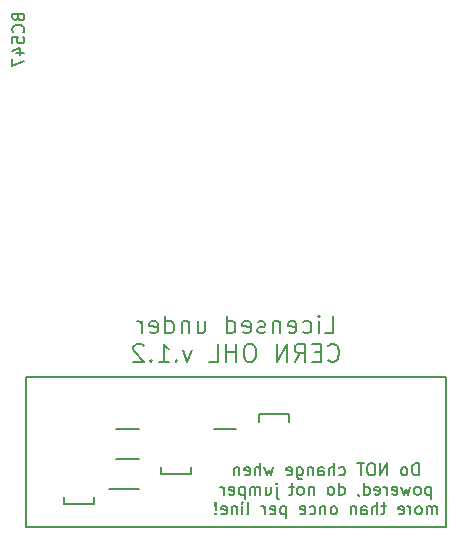
<source format=gbo>
G04 #@! TF.FileFunction,Legend,Bot*
%FSLAX46Y46*%
G04 Gerber Fmt 4.6, Leading zero omitted, Abs format (unit mm)*
G04 Created by KiCad (PCBNEW 4.0.7) date 09/26/19 16:06:38*
%MOMM*%
%LPD*%
G01*
G04 APERTURE LIST*
%ADD10C,0.100000*%
%ADD11C,0.200000*%
%ADD12C,0.150000*%
G04 APERTURE END LIST*
D10*
D11*
X118110000Y-100330000D02*
X120650000Y-100330000D01*
X118745000Y-97790000D02*
X120650000Y-97790000D01*
X118745000Y-95250000D02*
X120650000Y-95250000D01*
X127000000Y-95250000D02*
X128905000Y-95250000D01*
X133350000Y-93980000D02*
X133350000Y-94615000D01*
X130810000Y-93980000D02*
X133350000Y-93980000D01*
X130810000Y-94615000D02*
X130810000Y-93980000D01*
X116840000Y-101600000D02*
X116840000Y-100965000D01*
X114300000Y-101600000D02*
X116840000Y-101600000D01*
X114300000Y-100965000D02*
X114300000Y-101600000D01*
X125095000Y-99060000D02*
X125095000Y-98425000D01*
X122555000Y-99060000D02*
X125095000Y-99060000D01*
X122555000Y-98425000D02*
X122555000Y-99060000D01*
X111125000Y-103505000D02*
X146685000Y-103505000D01*
X111125000Y-90805000D02*
X111125000Y-103505000D01*
X146685000Y-90805000D02*
X111125000Y-90805000D01*
X146685000Y-103505000D02*
X146685000Y-90805000D01*
D12*
X144334525Y-99132381D02*
X144334525Y-98132381D01*
X144096430Y-98132381D01*
X143953572Y-98180000D01*
X143858334Y-98275238D01*
X143810715Y-98370476D01*
X143763096Y-98560952D01*
X143763096Y-98703810D01*
X143810715Y-98894286D01*
X143858334Y-98989524D01*
X143953572Y-99084762D01*
X144096430Y-99132381D01*
X144334525Y-99132381D01*
X143191668Y-99132381D02*
X143286906Y-99084762D01*
X143334525Y-99037143D01*
X143382144Y-98941905D01*
X143382144Y-98656190D01*
X143334525Y-98560952D01*
X143286906Y-98513333D01*
X143191668Y-98465714D01*
X143048810Y-98465714D01*
X142953572Y-98513333D01*
X142905953Y-98560952D01*
X142858334Y-98656190D01*
X142858334Y-98941905D01*
X142905953Y-99037143D01*
X142953572Y-99084762D01*
X143048810Y-99132381D01*
X143191668Y-99132381D01*
X141667858Y-99132381D02*
X141667858Y-98132381D01*
X141096429Y-99132381D01*
X141096429Y-98132381D01*
X140429763Y-98132381D02*
X140239286Y-98132381D01*
X140144048Y-98180000D01*
X140048810Y-98275238D01*
X140001191Y-98465714D01*
X140001191Y-98799048D01*
X140048810Y-98989524D01*
X140144048Y-99084762D01*
X140239286Y-99132381D01*
X140429763Y-99132381D01*
X140525001Y-99084762D01*
X140620239Y-98989524D01*
X140667858Y-98799048D01*
X140667858Y-98465714D01*
X140620239Y-98275238D01*
X140525001Y-98180000D01*
X140429763Y-98132381D01*
X139715477Y-98132381D02*
X139144048Y-98132381D01*
X139429763Y-99132381D02*
X139429763Y-98132381D01*
X137620238Y-99084762D02*
X137715476Y-99132381D01*
X137905953Y-99132381D01*
X138001191Y-99084762D01*
X138048810Y-99037143D01*
X138096429Y-98941905D01*
X138096429Y-98656190D01*
X138048810Y-98560952D01*
X138001191Y-98513333D01*
X137905953Y-98465714D01*
X137715476Y-98465714D01*
X137620238Y-98513333D01*
X137191667Y-99132381D02*
X137191667Y-98132381D01*
X136763095Y-99132381D02*
X136763095Y-98608571D01*
X136810714Y-98513333D01*
X136905952Y-98465714D01*
X137048810Y-98465714D01*
X137144048Y-98513333D01*
X137191667Y-98560952D01*
X135858333Y-99132381D02*
X135858333Y-98608571D01*
X135905952Y-98513333D01*
X136001190Y-98465714D01*
X136191667Y-98465714D01*
X136286905Y-98513333D01*
X135858333Y-99084762D02*
X135953571Y-99132381D01*
X136191667Y-99132381D01*
X136286905Y-99084762D01*
X136334524Y-98989524D01*
X136334524Y-98894286D01*
X136286905Y-98799048D01*
X136191667Y-98751429D01*
X135953571Y-98751429D01*
X135858333Y-98703810D01*
X135382143Y-98465714D02*
X135382143Y-99132381D01*
X135382143Y-98560952D02*
X135334524Y-98513333D01*
X135239286Y-98465714D01*
X135096428Y-98465714D01*
X135001190Y-98513333D01*
X134953571Y-98608571D01*
X134953571Y-99132381D01*
X134048809Y-98465714D02*
X134048809Y-99275238D01*
X134096428Y-99370476D01*
X134144047Y-99418095D01*
X134239286Y-99465714D01*
X134382143Y-99465714D01*
X134477381Y-99418095D01*
X134048809Y-99084762D02*
X134144047Y-99132381D01*
X134334524Y-99132381D01*
X134429762Y-99084762D01*
X134477381Y-99037143D01*
X134525000Y-98941905D01*
X134525000Y-98656190D01*
X134477381Y-98560952D01*
X134429762Y-98513333D01*
X134334524Y-98465714D01*
X134144047Y-98465714D01*
X134048809Y-98513333D01*
X133191666Y-99084762D02*
X133286904Y-99132381D01*
X133477381Y-99132381D01*
X133572619Y-99084762D01*
X133620238Y-98989524D01*
X133620238Y-98608571D01*
X133572619Y-98513333D01*
X133477381Y-98465714D01*
X133286904Y-98465714D01*
X133191666Y-98513333D01*
X133144047Y-98608571D01*
X133144047Y-98703810D01*
X133620238Y-98799048D01*
X132048809Y-98465714D02*
X131858333Y-99132381D01*
X131667856Y-98656190D01*
X131477380Y-99132381D01*
X131286904Y-98465714D01*
X130905952Y-99132381D02*
X130905952Y-98132381D01*
X130477380Y-99132381D02*
X130477380Y-98608571D01*
X130524999Y-98513333D01*
X130620237Y-98465714D01*
X130763095Y-98465714D01*
X130858333Y-98513333D01*
X130905952Y-98560952D01*
X129620237Y-99084762D02*
X129715475Y-99132381D01*
X129905952Y-99132381D01*
X130001190Y-99084762D01*
X130048809Y-98989524D01*
X130048809Y-98608571D01*
X130001190Y-98513333D01*
X129905952Y-98465714D01*
X129715475Y-98465714D01*
X129620237Y-98513333D01*
X129572618Y-98608571D01*
X129572618Y-98703810D01*
X130048809Y-98799048D01*
X129144047Y-98465714D02*
X129144047Y-99132381D01*
X129144047Y-98560952D02*
X129096428Y-98513333D01*
X129001190Y-98465714D01*
X128858332Y-98465714D01*
X128763094Y-98513333D01*
X128715475Y-98608571D01*
X128715475Y-99132381D01*
X145358334Y-100115714D02*
X145358334Y-101115714D01*
X145358334Y-100163333D02*
X145263096Y-100115714D01*
X145072619Y-100115714D01*
X144977381Y-100163333D01*
X144929762Y-100210952D01*
X144882143Y-100306190D01*
X144882143Y-100591905D01*
X144929762Y-100687143D01*
X144977381Y-100734762D01*
X145072619Y-100782381D01*
X145263096Y-100782381D01*
X145358334Y-100734762D01*
X144310715Y-100782381D02*
X144405953Y-100734762D01*
X144453572Y-100687143D01*
X144501191Y-100591905D01*
X144501191Y-100306190D01*
X144453572Y-100210952D01*
X144405953Y-100163333D01*
X144310715Y-100115714D01*
X144167857Y-100115714D01*
X144072619Y-100163333D01*
X144025000Y-100210952D01*
X143977381Y-100306190D01*
X143977381Y-100591905D01*
X144025000Y-100687143D01*
X144072619Y-100734762D01*
X144167857Y-100782381D01*
X144310715Y-100782381D01*
X143644048Y-100115714D02*
X143453572Y-100782381D01*
X143263095Y-100306190D01*
X143072619Y-100782381D01*
X142882143Y-100115714D01*
X142120238Y-100734762D02*
X142215476Y-100782381D01*
X142405953Y-100782381D01*
X142501191Y-100734762D01*
X142548810Y-100639524D01*
X142548810Y-100258571D01*
X142501191Y-100163333D01*
X142405953Y-100115714D01*
X142215476Y-100115714D01*
X142120238Y-100163333D01*
X142072619Y-100258571D01*
X142072619Y-100353810D01*
X142548810Y-100449048D01*
X141644048Y-100782381D02*
X141644048Y-100115714D01*
X141644048Y-100306190D02*
X141596429Y-100210952D01*
X141548810Y-100163333D01*
X141453572Y-100115714D01*
X141358333Y-100115714D01*
X140644047Y-100734762D02*
X140739285Y-100782381D01*
X140929762Y-100782381D01*
X141025000Y-100734762D01*
X141072619Y-100639524D01*
X141072619Y-100258571D01*
X141025000Y-100163333D01*
X140929762Y-100115714D01*
X140739285Y-100115714D01*
X140644047Y-100163333D01*
X140596428Y-100258571D01*
X140596428Y-100353810D01*
X141072619Y-100449048D01*
X139739285Y-100782381D02*
X139739285Y-99782381D01*
X139739285Y-100734762D02*
X139834523Y-100782381D01*
X140025000Y-100782381D01*
X140120238Y-100734762D01*
X140167857Y-100687143D01*
X140215476Y-100591905D01*
X140215476Y-100306190D01*
X140167857Y-100210952D01*
X140120238Y-100163333D01*
X140025000Y-100115714D01*
X139834523Y-100115714D01*
X139739285Y-100163333D01*
X139215476Y-100734762D02*
X139215476Y-100782381D01*
X139263095Y-100877619D01*
X139310714Y-100925238D01*
X137596428Y-100782381D02*
X137596428Y-99782381D01*
X137596428Y-100734762D02*
X137691666Y-100782381D01*
X137882143Y-100782381D01*
X137977381Y-100734762D01*
X138025000Y-100687143D01*
X138072619Y-100591905D01*
X138072619Y-100306190D01*
X138025000Y-100210952D01*
X137977381Y-100163333D01*
X137882143Y-100115714D01*
X137691666Y-100115714D01*
X137596428Y-100163333D01*
X136977381Y-100782381D02*
X137072619Y-100734762D01*
X137120238Y-100687143D01*
X137167857Y-100591905D01*
X137167857Y-100306190D01*
X137120238Y-100210952D01*
X137072619Y-100163333D01*
X136977381Y-100115714D01*
X136834523Y-100115714D01*
X136739285Y-100163333D01*
X136691666Y-100210952D01*
X136644047Y-100306190D01*
X136644047Y-100591905D01*
X136691666Y-100687143D01*
X136739285Y-100734762D01*
X136834523Y-100782381D01*
X136977381Y-100782381D01*
X135453571Y-100115714D02*
X135453571Y-100782381D01*
X135453571Y-100210952D02*
X135405952Y-100163333D01*
X135310714Y-100115714D01*
X135167856Y-100115714D01*
X135072618Y-100163333D01*
X135024999Y-100258571D01*
X135024999Y-100782381D01*
X134405952Y-100782381D02*
X134501190Y-100734762D01*
X134548809Y-100687143D01*
X134596428Y-100591905D01*
X134596428Y-100306190D01*
X134548809Y-100210952D01*
X134501190Y-100163333D01*
X134405952Y-100115714D01*
X134263094Y-100115714D01*
X134167856Y-100163333D01*
X134120237Y-100210952D01*
X134072618Y-100306190D01*
X134072618Y-100591905D01*
X134120237Y-100687143D01*
X134167856Y-100734762D01*
X134263094Y-100782381D01*
X134405952Y-100782381D01*
X133786904Y-100115714D02*
X133405952Y-100115714D01*
X133644047Y-99782381D02*
X133644047Y-100639524D01*
X133596428Y-100734762D01*
X133501190Y-100782381D01*
X133405952Y-100782381D01*
X132310713Y-100115714D02*
X132310713Y-100972857D01*
X132358332Y-101068095D01*
X132453570Y-101115714D01*
X132501189Y-101115714D01*
X132310713Y-99782381D02*
X132358332Y-99830000D01*
X132310713Y-99877619D01*
X132263094Y-99830000D01*
X132310713Y-99782381D01*
X132310713Y-99877619D01*
X131405951Y-100115714D02*
X131405951Y-100782381D01*
X131834523Y-100115714D02*
X131834523Y-100639524D01*
X131786904Y-100734762D01*
X131691666Y-100782381D01*
X131548808Y-100782381D01*
X131453570Y-100734762D01*
X131405951Y-100687143D01*
X130929761Y-100782381D02*
X130929761Y-100115714D01*
X130929761Y-100210952D02*
X130882142Y-100163333D01*
X130786904Y-100115714D01*
X130644046Y-100115714D01*
X130548808Y-100163333D01*
X130501189Y-100258571D01*
X130501189Y-100782381D01*
X130501189Y-100258571D02*
X130453570Y-100163333D01*
X130358332Y-100115714D01*
X130215475Y-100115714D01*
X130120237Y-100163333D01*
X130072618Y-100258571D01*
X130072618Y-100782381D01*
X129596428Y-100115714D02*
X129596428Y-101115714D01*
X129596428Y-100163333D02*
X129501190Y-100115714D01*
X129310713Y-100115714D01*
X129215475Y-100163333D01*
X129167856Y-100210952D01*
X129120237Y-100306190D01*
X129120237Y-100591905D01*
X129167856Y-100687143D01*
X129215475Y-100734762D01*
X129310713Y-100782381D01*
X129501190Y-100782381D01*
X129596428Y-100734762D01*
X128310713Y-100734762D02*
X128405951Y-100782381D01*
X128596428Y-100782381D01*
X128691666Y-100734762D01*
X128739285Y-100639524D01*
X128739285Y-100258571D01*
X128691666Y-100163333D01*
X128596428Y-100115714D01*
X128405951Y-100115714D01*
X128310713Y-100163333D01*
X128263094Y-100258571D01*
X128263094Y-100353810D01*
X128739285Y-100449048D01*
X127834523Y-100782381D02*
X127834523Y-100115714D01*
X127834523Y-100306190D02*
X127786904Y-100210952D01*
X127739285Y-100163333D01*
X127644047Y-100115714D01*
X127548808Y-100115714D01*
X145882144Y-102432381D02*
X145882144Y-101765714D01*
X145882144Y-101860952D02*
X145834525Y-101813333D01*
X145739287Y-101765714D01*
X145596429Y-101765714D01*
X145501191Y-101813333D01*
X145453572Y-101908571D01*
X145453572Y-102432381D01*
X145453572Y-101908571D02*
X145405953Y-101813333D01*
X145310715Y-101765714D01*
X145167858Y-101765714D01*
X145072620Y-101813333D01*
X145025001Y-101908571D01*
X145025001Y-102432381D01*
X144405954Y-102432381D02*
X144501192Y-102384762D01*
X144548811Y-102337143D01*
X144596430Y-102241905D01*
X144596430Y-101956190D01*
X144548811Y-101860952D01*
X144501192Y-101813333D01*
X144405954Y-101765714D01*
X144263096Y-101765714D01*
X144167858Y-101813333D01*
X144120239Y-101860952D01*
X144072620Y-101956190D01*
X144072620Y-102241905D01*
X144120239Y-102337143D01*
X144167858Y-102384762D01*
X144263096Y-102432381D01*
X144405954Y-102432381D01*
X143644049Y-102432381D02*
X143644049Y-101765714D01*
X143644049Y-101956190D02*
X143596430Y-101860952D01*
X143548811Y-101813333D01*
X143453573Y-101765714D01*
X143358334Y-101765714D01*
X142644048Y-102384762D02*
X142739286Y-102432381D01*
X142929763Y-102432381D01*
X143025001Y-102384762D01*
X143072620Y-102289524D01*
X143072620Y-101908571D01*
X143025001Y-101813333D01*
X142929763Y-101765714D01*
X142739286Y-101765714D01*
X142644048Y-101813333D01*
X142596429Y-101908571D01*
X142596429Y-102003810D01*
X143072620Y-102099048D01*
X141548810Y-101765714D02*
X141167858Y-101765714D01*
X141405953Y-101432381D02*
X141405953Y-102289524D01*
X141358334Y-102384762D01*
X141263096Y-102432381D01*
X141167858Y-102432381D01*
X140834524Y-102432381D02*
X140834524Y-101432381D01*
X140405952Y-102432381D02*
X140405952Y-101908571D01*
X140453571Y-101813333D01*
X140548809Y-101765714D01*
X140691667Y-101765714D01*
X140786905Y-101813333D01*
X140834524Y-101860952D01*
X139501190Y-102432381D02*
X139501190Y-101908571D01*
X139548809Y-101813333D01*
X139644047Y-101765714D01*
X139834524Y-101765714D01*
X139929762Y-101813333D01*
X139501190Y-102384762D02*
X139596428Y-102432381D01*
X139834524Y-102432381D01*
X139929762Y-102384762D01*
X139977381Y-102289524D01*
X139977381Y-102194286D01*
X139929762Y-102099048D01*
X139834524Y-102051429D01*
X139596428Y-102051429D01*
X139501190Y-102003810D01*
X139025000Y-101765714D02*
X139025000Y-102432381D01*
X139025000Y-101860952D02*
X138977381Y-101813333D01*
X138882143Y-101765714D01*
X138739285Y-101765714D01*
X138644047Y-101813333D01*
X138596428Y-101908571D01*
X138596428Y-102432381D01*
X137215476Y-102432381D02*
X137310714Y-102384762D01*
X137358333Y-102337143D01*
X137405952Y-102241905D01*
X137405952Y-101956190D01*
X137358333Y-101860952D01*
X137310714Y-101813333D01*
X137215476Y-101765714D01*
X137072618Y-101765714D01*
X136977380Y-101813333D01*
X136929761Y-101860952D01*
X136882142Y-101956190D01*
X136882142Y-102241905D01*
X136929761Y-102337143D01*
X136977380Y-102384762D01*
X137072618Y-102432381D01*
X137215476Y-102432381D01*
X136453571Y-101765714D02*
X136453571Y-102432381D01*
X136453571Y-101860952D02*
X136405952Y-101813333D01*
X136310714Y-101765714D01*
X136167856Y-101765714D01*
X136072618Y-101813333D01*
X136024999Y-101908571D01*
X136024999Y-102432381D01*
X135120237Y-102384762D02*
X135215475Y-102432381D01*
X135405952Y-102432381D01*
X135501190Y-102384762D01*
X135548809Y-102337143D01*
X135596428Y-102241905D01*
X135596428Y-101956190D01*
X135548809Y-101860952D01*
X135501190Y-101813333D01*
X135405952Y-101765714D01*
X135215475Y-101765714D01*
X135120237Y-101813333D01*
X134310713Y-102384762D02*
X134405951Y-102432381D01*
X134596428Y-102432381D01*
X134691666Y-102384762D01*
X134739285Y-102289524D01*
X134739285Y-101908571D01*
X134691666Y-101813333D01*
X134596428Y-101765714D01*
X134405951Y-101765714D01*
X134310713Y-101813333D01*
X134263094Y-101908571D01*
X134263094Y-102003810D01*
X134739285Y-102099048D01*
X133072618Y-101765714D02*
X133072618Y-102765714D01*
X133072618Y-101813333D02*
X132977380Y-101765714D01*
X132786903Y-101765714D01*
X132691665Y-101813333D01*
X132644046Y-101860952D01*
X132596427Y-101956190D01*
X132596427Y-102241905D01*
X132644046Y-102337143D01*
X132691665Y-102384762D01*
X132786903Y-102432381D01*
X132977380Y-102432381D01*
X133072618Y-102384762D01*
X131786903Y-102384762D02*
X131882141Y-102432381D01*
X132072618Y-102432381D01*
X132167856Y-102384762D01*
X132215475Y-102289524D01*
X132215475Y-101908571D01*
X132167856Y-101813333D01*
X132072618Y-101765714D01*
X131882141Y-101765714D01*
X131786903Y-101813333D01*
X131739284Y-101908571D01*
X131739284Y-102003810D01*
X132215475Y-102099048D01*
X131310713Y-102432381D02*
X131310713Y-101765714D01*
X131310713Y-101956190D02*
X131263094Y-101860952D01*
X131215475Y-101813333D01*
X131120237Y-101765714D01*
X131024998Y-101765714D01*
X129786903Y-102432381D02*
X129882141Y-102384762D01*
X129929760Y-102289524D01*
X129929760Y-101432381D01*
X129405950Y-102432381D02*
X129405950Y-101765714D01*
X129405950Y-101432381D02*
X129453569Y-101480000D01*
X129405950Y-101527619D01*
X129358331Y-101480000D01*
X129405950Y-101432381D01*
X129405950Y-101527619D01*
X128929760Y-101765714D02*
X128929760Y-102432381D01*
X128929760Y-101860952D02*
X128882141Y-101813333D01*
X128786903Y-101765714D01*
X128644045Y-101765714D01*
X128548807Y-101813333D01*
X128501188Y-101908571D01*
X128501188Y-102432381D01*
X127644045Y-102384762D02*
X127739283Y-102432381D01*
X127929760Y-102432381D01*
X128024998Y-102384762D01*
X128072617Y-102289524D01*
X128072617Y-101908571D01*
X128024998Y-101813333D01*
X127929760Y-101765714D01*
X127739283Y-101765714D01*
X127644045Y-101813333D01*
X127596426Y-101908571D01*
X127596426Y-102003810D01*
X128072617Y-102099048D01*
X127167855Y-102337143D02*
X127120236Y-102384762D01*
X127167855Y-102432381D01*
X127215474Y-102384762D01*
X127167855Y-102337143D01*
X127167855Y-102432381D01*
X127167855Y-102051429D02*
X127215474Y-101480000D01*
X127167855Y-101432381D01*
X127120236Y-101480000D01*
X127167855Y-102051429D01*
X127167855Y-101432381D01*
X136404999Y-87108571D02*
X137119285Y-87108571D01*
X137119285Y-85608571D01*
X135904999Y-87108571D02*
X135904999Y-86108571D01*
X135904999Y-85608571D02*
X135976428Y-85680000D01*
X135904999Y-85751429D01*
X135833571Y-85680000D01*
X135904999Y-85608571D01*
X135904999Y-85751429D01*
X134547856Y-87037143D02*
X134690713Y-87108571D01*
X134976427Y-87108571D01*
X135119285Y-87037143D01*
X135190713Y-86965714D01*
X135262142Y-86822857D01*
X135262142Y-86394286D01*
X135190713Y-86251429D01*
X135119285Y-86180000D01*
X134976427Y-86108571D01*
X134690713Y-86108571D01*
X134547856Y-86180000D01*
X133333571Y-87037143D02*
X133476428Y-87108571D01*
X133762142Y-87108571D01*
X133904999Y-87037143D01*
X133976428Y-86894286D01*
X133976428Y-86322857D01*
X133904999Y-86180000D01*
X133762142Y-86108571D01*
X133476428Y-86108571D01*
X133333571Y-86180000D01*
X133262142Y-86322857D01*
X133262142Y-86465714D01*
X133976428Y-86608571D01*
X132619285Y-86108571D02*
X132619285Y-87108571D01*
X132619285Y-86251429D02*
X132547857Y-86180000D01*
X132404999Y-86108571D01*
X132190714Y-86108571D01*
X132047857Y-86180000D01*
X131976428Y-86322857D01*
X131976428Y-87108571D01*
X131333571Y-87037143D02*
X131190714Y-87108571D01*
X130904999Y-87108571D01*
X130762142Y-87037143D01*
X130690714Y-86894286D01*
X130690714Y-86822857D01*
X130762142Y-86680000D01*
X130904999Y-86608571D01*
X131119285Y-86608571D01*
X131262142Y-86537143D01*
X131333571Y-86394286D01*
X131333571Y-86322857D01*
X131262142Y-86180000D01*
X131119285Y-86108571D01*
X130904999Y-86108571D01*
X130762142Y-86180000D01*
X129476428Y-87037143D02*
X129619285Y-87108571D01*
X129904999Y-87108571D01*
X130047856Y-87037143D01*
X130119285Y-86894286D01*
X130119285Y-86322857D01*
X130047856Y-86180000D01*
X129904999Y-86108571D01*
X129619285Y-86108571D01*
X129476428Y-86180000D01*
X129404999Y-86322857D01*
X129404999Y-86465714D01*
X130119285Y-86608571D01*
X128119285Y-87108571D02*
X128119285Y-85608571D01*
X128119285Y-87037143D02*
X128262142Y-87108571D01*
X128547856Y-87108571D01*
X128690714Y-87037143D01*
X128762142Y-86965714D01*
X128833571Y-86822857D01*
X128833571Y-86394286D01*
X128762142Y-86251429D01*
X128690714Y-86180000D01*
X128547856Y-86108571D01*
X128262142Y-86108571D01*
X128119285Y-86180000D01*
X125619285Y-86108571D02*
X125619285Y-87108571D01*
X126262142Y-86108571D02*
X126262142Y-86894286D01*
X126190714Y-87037143D01*
X126047856Y-87108571D01*
X125833571Y-87108571D01*
X125690714Y-87037143D01*
X125619285Y-86965714D01*
X124904999Y-86108571D02*
X124904999Y-87108571D01*
X124904999Y-86251429D02*
X124833571Y-86180000D01*
X124690713Y-86108571D01*
X124476428Y-86108571D01*
X124333571Y-86180000D01*
X124262142Y-86322857D01*
X124262142Y-87108571D01*
X122904999Y-87108571D02*
X122904999Y-85608571D01*
X122904999Y-87037143D02*
X123047856Y-87108571D01*
X123333570Y-87108571D01*
X123476428Y-87037143D01*
X123547856Y-86965714D01*
X123619285Y-86822857D01*
X123619285Y-86394286D01*
X123547856Y-86251429D01*
X123476428Y-86180000D01*
X123333570Y-86108571D01*
X123047856Y-86108571D01*
X122904999Y-86180000D01*
X121619285Y-87037143D02*
X121762142Y-87108571D01*
X122047856Y-87108571D01*
X122190713Y-87037143D01*
X122262142Y-86894286D01*
X122262142Y-86322857D01*
X122190713Y-86180000D01*
X122047856Y-86108571D01*
X121762142Y-86108571D01*
X121619285Y-86180000D01*
X121547856Y-86322857D01*
X121547856Y-86465714D01*
X122262142Y-86608571D01*
X120904999Y-87108571D02*
X120904999Y-86108571D01*
X120904999Y-86394286D02*
X120833571Y-86251429D01*
X120762142Y-86180000D01*
X120619285Y-86108571D01*
X120476428Y-86108571D01*
X136690714Y-89365714D02*
X136762143Y-89437143D01*
X136976429Y-89508571D01*
X137119286Y-89508571D01*
X137333571Y-89437143D01*
X137476429Y-89294286D01*
X137547857Y-89151429D01*
X137619286Y-88865714D01*
X137619286Y-88651429D01*
X137547857Y-88365714D01*
X137476429Y-88222857D01*
X137333571Y-88080000D01*
X137119286Y-88008571D01*
X136976429Y-88008571D01*
X136762143Y-88080000D01*
X136690714Y-88151429D01*
X136047857Y-88722857D02*
X135547857Y-88722857D01*
X135333571Y-89508571D02*
X136047857Y-89508571D01*
X136047857Y-88008571D01*
X135333571Y-88008571D01*
X133833571Y-89508571D02*
X134333571Y-88794286D01*
X134690714Y-89508571D02*
X134690714Y-88008571D01*
X134119286Y-88008571D01*
X133976428Y-88080000D01*
X133905000Y-88151429D01*
X133833571Y-88294286D01*
X133833571Y-88508571D01*
X133905000Y-88651429D01*
X133976428Y-88722857D01*
X134119286Y-88794286D01*
X134690714Y-88794286D01*
X133190714Y-89508571D02*
X133190714Y-88008571D01*
X132333571Y-89508571D01*
X132333571Y-88008571D01*
X130190714Y-88008571D02*
X129905000Y-88008571D01*
X129762142Y-88080000D01*
X129619285Y-88222857D01*
X129547857Y-88508571D01*
X129547857Y-89008571D01*
X129619285Y-89294286D01*
X129762142Y-89437143D01*
X129905000Y-89508571D01*
X130190714Y-89508571D01*
X130333571Y-89437143D01*
X130476428Y-89294286D01*
X130547857Y-89008571D01*
X130547857Y-88508571D01*
X130476428Y-88222857D01*
X130333571Y-88080000D01*
X130190714Y-88008571D01*
X128904999Y-89508571D02*
X128904999Y-88008571D01*
X128904999Y-88722857D02*
X128047856Y-88722857D01*
X128047856Y-89508571D02*
X128047856Y-88008571D01*
X126619284Y-89508571D02*
X127333570Y-89508571D01*
X127333570Y-88008571D01*
X125119284Y-88508571D02*
X124762141Y-89508571D01*
X124404999Y-88508571D01*
X123833570Y-89365714D02*
X123762142Y-89437143D01*
X123833570Y-89508571D01*
X123904999Y-89437143D01*
X123833570Y-89365714D01*
X123833570Y-89508571D01*
X122333570Y-89508571D02*
X123190713Y-89508571D01*
X122762141Y-89508571D02*
X122762141Y-88008571D01*
X122904998Y-88222857D01*
X123047856Y-88365714D01*
X123190713Y-88437143D01*
X121690713Y-89365714D02*
X121619285Y-89437143D01*
X121690713Y-89508571D01*
X121762142Y-89437143D01*
X121690713Y-89365714D01*
X121690713Y-89508571D01*
X121047856Y-88151429D02*
X120976427Y-88080000D01*
X120833570Y-88008571D01*
X120476427Y-88008571D01*
X120333570Y-88080000D01*
X120262141Y-88151429D01*
X120190713Y-88294286D01*
X120190713Y-88437143D01*
X120262141Y-88651429D01*
X121119284Y-89508571D01*
X120190713Y-89508571D01*
X110418571Y-60372858D02*
X110466190Y-60515715D01*
X110513810Y-60563334D01*
X110609048Y-60610953D01*
X110751905Y-60610953D01*
X110847143Y-60563334D01*
X110894762Y-60515715D01*
X110942381Y-60420477D01*
X110942381Y-60039524D01*
X109942381Y-60039524D01*
X109942381Y-60372858D01*
X109990000Y-60468096D01*
X110037619Y-60515715D01*
X110132857Y-60563334D01*
X110228095Y-60563334D01*
X110323333Y-60515715D01*
X110370952Y-60468096D01*
X110418571Y-60372858D01*
X110418571Y-60039524D01*
X110847143Y-61610953D02*
X110894762Y-61563334D01*
X110942381Y-61420477D01*
X110942381Y-61325239D01*
X110894762Y-61182381D01*
X110799524Y-61087143D01*
X110704286Y-61039524D01*
X110513810Y-60991905D01*
X110370952Y-60991905D01*
X110180476Y-61039524D01*
X110085238Y-61087143D01*
X109990000Y-61182381D01*
X109942381Y-61325239D01*
X109942381Y-61420477D01*
X109990000Y-61563334D01*
X110037619Y-61610953D01*
X109942381Y-62515715D02*
X109942381Y-62039524D01*
X110418571Y-61991905D01*
X110370952Y-62039524D01*
X110323333Y-62134762D01*
X110323333Y-62372858D01*
X110370952Y-62468096D01*
X110418571Y-62515715D01*
X110513810Y-62563334D01*
X110751905Y-62563334D01*
X110847143Y-62515715D01*
X110894762Y-62468096D01*
X110942381Y-62372858D01*
X110942381Y-62134762D01*
X110894762Y-62039524D01*
X110847143Y-61991905D01*
X110275714Y-63420477D02*
X110942381Y-63420477D01*
X109894762Y-63182381D02*
X110609048Y-62944286D01*
X110609048Y-63563334D01*
X109942381Y-63849048D02*
X109942381Y-64515715D01*
X110942381Y-64087143D01*
M02*

</source>
